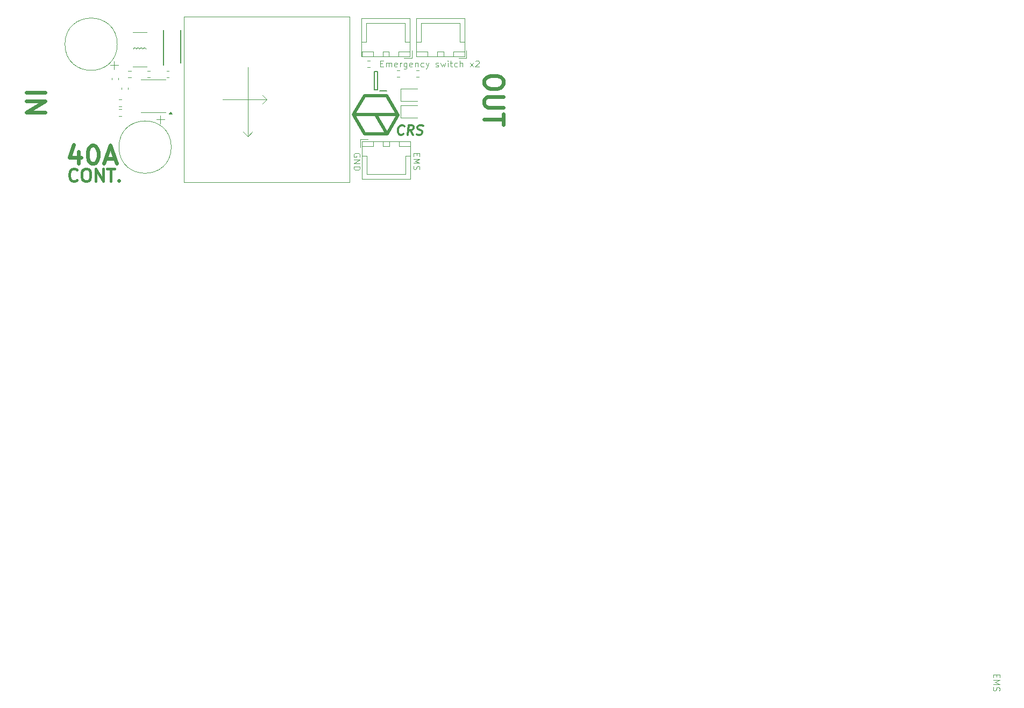
<source format=gbr>
%TF.GenerationSoftware,KiCad,Pcbnew,8.0.8*%
%TF.CreationDate,2026-01-07T21:13:01+09:00*%
%TF.ProjectId,emergency_board_NHK2026,656d6572-6765-46e6-9379-5f626f617264,rev?*%
%TF.SameCoordinates,Original*%
%TF.FileFunction,Legend,Top*%
%TF.FilePolarity,Positive*%
%FSLAX46Y46*%
G04 Gerber Fmt 4.6, Leading zero omitted, Abs format (unit mm)*
G04 Created by KiCad (PCBNEW 8.0.8) date 2026-01-07 21:13:01*
%MOMM*%
%LPD*%
G01*
G04 APERTURE LIST*
%ADD10C,0.100000*%
%ADD11C,0.300000*%
%ADD12C,0.500000*%
%ADD13C,0.600000*%
%ADD14C,0.400000*%
%ADD15C,0.120000*%
%ADD16C,0.200000*%
G04 APERTURE END LIST*
D10*
X81951390Y-41753884D02*
X81951390Y-42087217D01*
X81427580Y-42230074D02*
X81427580Y-41753884D01*
X81427580Y-41753884D02*
X82427580Y-41753884D01*
X82427580Y-41753884D02*
X82427580Y-42230074D01*
X81427580Y-42658646D02*
X82427580Y-42658646D01*
X82427580Y-42658646D02*
X81713295Y-42991979D01*
X81713295Y-42991979D02*
X82427580Y-43325312D01*
X82427580Y-43325312D02*
X81427580Y-43325312D01*
X81475200Y-43753884D02*
X81427580Y-43896741D01*
X81427580Y-43896741D02*
X81427580Y-44134836D01*
X81427580Y-44134836D02*
X81475200Y-44230074D01*
X81475200Y-44230074D02*
X81522819Y-44277693D01*
X81522819Y-44277693D02*
X81618057Y-44325312D01*
X81618057Y-44325312D02*
X81713295Y-44325312D01*
X81713295Y-44325312D02*
X81808533Y-44277693D01*
X81808533Y-44277693D02*
X81856152Y-44230074D01*
X81856152Y-44230074D02*
X81903771Y-44134836D01*
X81903771Y-44134836D02*
X81951390Y-43944360D01*
X81951390Y-43944360D02*
X81999009Y-43849122D01*
X81999009Y-43849122D02*
X82046628Y-43801503D01*
X82046628Y-43801503D02*
X82141866Y-43753884D01*
X82141866Y-43753884D02*
X82237104Y-43753884D01*
X82237104Y-43753884D02*
X82332342Y-43801503D01*
X82332342Y-43801503D02*
X82379961Y-43849122D01*
X82379961Y-43849122D02*
X82427580Y-43944360D01*
X82427580Y-43944360D02*
X82427580Y-44182455D01*
X82427580Y-44182455D02*
X82379961Y-44325312D01*
X72979961Y-42327693D02*
X73027580Y-42232455D01*
X73027580Y-42232455D02*
X73027580Y-42089598D01*
X73027580Y-42089598D02*
X72979961Y-41946741D01*
X72979961Y-41946741D02*
X72884723Y-41851503D01*
X72884723Y-41851503D02*
X72789485Y-41803884D01*
X72789485Y-41803884D02*
X72599009Y-41756265D01*
X72599009Y-41756265D02*
X72456152Y-41756265D01*
X72456152Y-41756265D02*
X72265676Y-41803884D01*
X72265676Y-41803884D02*
X72170438Y-41851503D01*
X72170438Y-41851503D02*
X72075200Y-41946741D01*
X72075200Y-41946741D02*
X72027580Y-42089598D01*
X72027580Y-42089598D02*
X72027580Y-42184836D01*
X72027580Y-42184836D02*
X72075200Y-42327693D01*
X72075200Y-42327693D02*
X72122819Y-42375312D01*
X72122819Y-42375312D02*
X72456152Y-42375312D01*
X72456152Y-42375312D02*
X72456152Y-42184836D01*
X72027580Y-42803884D02*
X73027580Y-42803884D01*
X73027580Y-42803884D02*
X72027580Y-43375312D01*
X72027580Y-43375312D02*
X73027580Y-43375312D01*
X72027580Y-43851503D02*
X73027580Y-43851503D01*
X73027580Y-43851503D02*
X73027580Y-44089598D01*
X73027580Y-44089598D02*
X72979961Y-44232455D01*
X72979961Y-44232455D02*
X72884723Y-44327693D01*
X72884723Y-44327693D02*
X72789485Y-44375312D01*
X72789485Y-44375312D02*
X72599009Y-44422931D01*
X72599009Y-44422931D02*
X72456152Y-44422931D01*
X72456152Y-44422931D02*
X72265676Y-44375312D01*
X72265676Y-44375312D02*
X72170438Y-44327693D01*
X72170438Y-44327693D02*
X72075200Y-44232455D01*
X72075200Y-44232455D02*
X72027580Y-44089598D01*
X72027580Y-44089598D02*
X72027580Y-43851503D01*
X33725000Y-27900000D02*
X34975000Y-27900000D01*
X34350000Y-28525000D02*
X34350000Y-27275000D01*
X41600000Y-37075000D02*
X41600000Y-35825000D01*
X40975000Y-36450000D02*
X42225000Y-36450000D01*
D11*
X79870582Y-38707971D02*
X79790225Y-38779400D01*
X79790225Y-38779400D02*
X79567010Y-38850828D01*
X79567010Y-38850828D02*
X79424153Y-38850828D01*
X79424153Y-38850828D02*
X79218796Y-38779400D01*
X79218796Y-38779400D02*
X79093796Y-38636542D01*
X79093796Y-38636542D02*
X79040225Y-38493685D01*
X79040225Y-38493685D02*
X79004510Y-38207971D01*
X79004510Y-38207971D02*
X79031296Y-37993685D01*
X79031296Y-37993685D02*
X79138439Y-37707971D01*
X79138439Y-37707971D02*
X79227725Y-37565114D01*
X79227725Y-37565114D02*
X79388439Y-37422257D01*
X79388439Y-37422257D02*
X79611653Y-37350828D01*
X79611653Y-37350828D02*
X79754510Y-37350828D01*
X79754510Y-37350828D02*
X79959868Y-37422257D01*
X79959868Y-37422257D02*
X80022368Y-37493685D01*
X81352725Y-38850828D02*
X80942010Y-38136542D01*
X80495582Y-38850828D02*
X80683082Y-37350828D01*
X80683082Y-37350828D02*
X81254510Y-37350828D01*
X81254510Y-37350828D02*
X81388439Y-37422257D01*
X81388439Y-37422257D02*
X81450939Y-37493685D01*
X81450939Y-37493685D02*
X81504510Y-37636542D01*
X81504510Y-37636542D02*
X81477725Y-37850828D01*
X81477725Y-37850828D02*
X81388439Y-37993685D01*
X81388439Y-37993685D02*
X81308082Y-38065114D01*
X81308082Y-38065114D02*
X81156296Y-38136542D01*
X81156296Y-38136542D02*
X80584868Y-38136542D01*
X81933082Y-38779400D02*
X82138439Y-38850828D01*
X82138439Y-38850828D02*
X82495582Y-38850828D01*
X82495582Y-38850828D02*
X82647368Y-38779400D01*
X82647368Y-38779400D02*
X82727725Y-38707971D01*
X82727725Y-38707971D02*
X82817010Y-38565114D01*
X82817010Y-38565114D02*
X82834868Y-38422257D01*
X82834868Y-38422257D02*
X82781296Y-38279400D01*
X82781296Y-38279400D02*
X82718796Y-38207971D01*
X82718796Y-38207971D02*
X82584868Y-38136542D01*
X82584868Y-38136542D02*
X82308082Y-38065114D01*
X82308082Y-38065114D02*
X82174153Y-37993685D01*
X82174153Y-37993685D02*
X82111653Y-37922257D01*
X82111653Y-37922257D02*
X82058082Y-37779400D01*
X82058082Y-37779400D02*
X82075939Y-37636542D01*
X82075939Y-37636542D02*
X82165225Y-37493685D01*
X82165225Y-37493685D02*
X82245582Y-37422257D01*
X82245582Y-37422257D02*
X82397368Y-37350828D01*
X82397368Y-37350828D02*
X82754510Y-37350828D01*
X82754510Y-37350828D02*
X82959868Y-37422257D01*
D12*
X72000000Y-35700000D02*
X75500000Y-35700000D01*
X79025000Y-35715544D02*
X77275000Y-32684455D01*
X73800000Y-38750000D02*
X77300000Y-38750000D01*
X77200000Y-38600000D02*
X75550000Y-35718911D01*
X73775000Y-38715544D02*
X72000000Y-35700000D01*
X77300000Y-38750000D02*
X79025000Y-35734455D01*
X73750000Y-32668911D02*
X77250000Y-32668911D01*
X75500000Y-35700000D02*
X79000000Y-35700000D01*
X72000000Y-35700000D02*
X73750000Y-32668911D01*
D13*
X28694736Y-41480561D02*
X28694736Y-43413895D01*
X27980450Y-40375800D02*
X27266164Y-42447228D01*
X27266164Y-42447228D02*
X29123307Y-42447228D01*
X30837593Y-40513895D02*
X31123307Y-40513895D01*
X31123307Y-40513895D02*
X31409021Y-40651990D01*
X31409021Y-40651990D02*
X31551879Y-40790085D01*
X31551879Y-40790085D02*
X31694736Y-41066276D01*
X31694736Y-41066276D02*
X31837593Y-41618657D01*
X31837593Y-41618657D02*
X31837593Y-42309133D01*
X31837593Y-42309133D02*
X31694736Y-42861514D01*
X31694736Y-42861514D02*
X31551879Y-43137704D01*
X31551879Y-43137704D02*
X31409021Y-43275800D01*
X31409021Y-43275800D02*
X31123307Y-43413895D01*
X31123307Y-43413895D02*
X30837593Y-43413895D01*
X30837593Y-43413895D02*
X30551879Y-43275800D01*
X30551879Y-43275800D02*
X30409021Y-43137704D01*
X30409021Y-43137704D02*
X30266164Y-42861514D01*
X30266164Y-42861514D02*
X30123307Y-42309133D01*
X30123307Y-42309133D02*
X30123307Y-41618657D01*
X30123307Y-41618657D02*
X30266164Y-41066276D01*
X30266164Y-41066276D02*
X30409021Y-40790085D01*
X30409021Y-40790085D02*
X30551879Y-40651990D01*
X30551879Y-40651990D02*
X30837593Y-40513895D01*
X32980450Y-42585323D02*
X34409022Y-42585323D01*
X32694736Y-43413895D02*
X33694736Y-40513895D01*
X33694736Y-40513895D02*
X34694736Y-43413895D01*
D10*
X173238890Y-123861656D02*
X173238890Y-124194989D01*
X172715080Y-124337846D02*
X172715080Y-123861656D01*
X172715080Y-123861656D02*
X173715080Y-123861656D01*
X173715080Y-123861656D02*
X173715080Y-124337846D01*
X172715080Y-124766418D02*
X173715080Y-124766418D01*
X173715080Y-124766418D02*
X173000795Y-125099751D01*
X173000795Y-125099751D02*
X173715080Y-125433084D01*
X173715080Y-125433084D02*
X172715080Y-125433084D01*
X172762700Y-125861656D02*
X172715080Y-126004513D01*
X172715080Y-126004513D02*
X172715080Y-126242608D01*
X172715080Y-126242608D02*
X172762700Y-126337846D01*
X172762700Y-126337846D02*
X172810319Y-126385465D01*
X172810319Y-126385465D02*
X172905557Y-126433084D01*
X172905557Y-126433084D02*
X173000795Y-126433084D01*
X173000795Y-126433084D02*
X173096033Y-126385465D01*
X173096033Y-126385465D02*
X173143652Y-126337846D01*
X173143652Y-126337846D02*
X173191271Y-126242608D01*
X173191271Y-126242608D02*
X173238890Y-126052132D01*
X173238890Y-126052132D02*
X173286509Y-125956894D01*
X173286509Y-125956894D02*
X173334128Y-125909275D01*
X173334128Y-125909275D02*
X173429366Y-125861656D01*
X173429366Y-125861656D02*
X173524604Y-125861656D01*
X173524604Y-125861656D02*
X173619842Y-125909275D01*
X173619842Y-125909275D02*
X173667461Y-125956894D01*
X173667461Y-125956894D02*
X173715080Y-126052132D01*
X173715080Y-126052132D02*
X173715080Y-126290227D01*
X173715080Y-126290227D02*
X173667461Y-126433084D01*
X76253884Y-27648609D02*
X76587217Y-27648609D01*
X76730074Y-28172419D02*
X76253884Y-28172419D01*
X76253884Y-28172419D02*
X76253884Y-27172419D01*
X76253884Y-27172419D02*
X76730074Y-27172419D01*
X77158646Y-28172419D02*
X77158646Y-27505752D01*
X77158646Y-27600990D02*
X77206265Y-27553371D01*
X77206265Y-27553371D02*
X77301503Y-27505752D01*
X77301503Y-27505752D02*
X77444360Y-27505752D01*
X77444360Y-27505752D02*
X77539598Y-27553371D01*
X77539598Y-27553371D02*
X77587217Y-27648609D01*
X77587217Y-27648609D02*
X77587217Y-28172419D01*
X77587217Y-27648609D02*
X77634836Y-27553371D01*
X77634836Y-27553371D02*
X77730074Y-27505752D01*
X77730074Y-27505752D02*
X77872931Y-27505752D01*
X77872931Y-27505752D02*
X77968170Y-27553371D01*
X77968170Y-27553371D02*
X78015789Y-27648609D01*
X78015789Y-27648609D02*
X78015789Y-28172419D01*
X78872931Y-28124800D02*
X78777693Y-28172419D01*
X78777693Y-28172419D02*
X78587217Y-28172419D01*
X78587217Y-28172419D02*
X78491979Y-28124800D01*
X78491979Y-28124800D02*
X78444360Y-28029561D01*
X78444360Y-28029561D02*
X78444360Y-27648609D01*
X78444360Y-27648609D02*
X78491979Y-27553371D01*
X78491979Y-27553371D02*
X78587217Y-27505752D01*
X78587217Y-27505752D02*
X78777693Y-27505752D01*
X78777693Y-27505752D02*
X78872931Y-27553371D01*
X78872931Y-27553371D02*
X78920550Y-27648609D01*
X78920550Y-27648609D02*
X78920550Y-27743847D01*
X78920550Y-27743847D02*
X78444360Y-27839085D01*
X79349122Y-28172419D02*
X79349122Y-27505752D01*
X79349122Y-27696228D02*
X79396741Y-27600990D01*
X79396741Y-27600990D02*
X79444360Y-27553371D01*
X79444360Y-27553371D02*
X79539598Y-27505752D01*
X79539598Y-27505752D02*
X79634836Y-27505752D01*
X80396741Y-27505752D02*
X80396741Y-28315276D01*
X80396741Y-28315276D02*
X80349122Y-28410514D01*
X80349122Y-28410514D02*
X80301503Y-28458133D01*
X80301503Y-28458133D02*
X80206265Y-28505752D01*
X80206265Y-28505752D02*
X80063408Y-28505752D01*
X80063408Y-28505752D02*
X79968170Y-28458133D01*
X80396741Y-28124800D02*
X80301503Y-28172419D01*
X80301503Y-28172419D02*
X80111027Y-28172419D01*
X80111027Y-28172419D02*
X80015789Y-28124800D01*
X80015789Y-28124800D02*
X79968170Y-28077180D01*
X79968170Y-28077180D02*
X79920551Y-27981942D01*
X79920551Y-27981942D02*
X79920551Y-27696228D01*
X79920551Y-27696228D02*
X79968170Y-27600990D01*
X79968170Y-27600990D02*
X80015789Y-27553371D01*
X80015789Y-27553371D02*
X80111027Y-27505752D01*
X80111027Y-27505752D02*
X80301503Y-27505752D01*
X80301503Y-27505752D02*
X80396741Y-27553371D01*
X81253884Y-28124800D02*
X81158646Y-28172419D01*
X81158646Y-28172419D02*
X80968170Y-28172419D01*
X80968170Y-28172419D02*
X80872932Y-28124800D01*
X80872932Y-28124800D02*
X80825313Y-28029561D01*
X80825313Y-28029561D02*
X80825313Y-27648609D01*
X80825313Y-27648609D02*
X80872932Y-27553371D01*
X80872932Y-27553371D02*
X80968170Y-27505752D01*
X80968170Y-27505752D02*
X81158646Y-27505752D01*
X81158646Y-27505752D02*
X81253884Y-27553371D01*
X81253884Y-27553371D02*
X81301503Y-27648609D01*
X81301503Y-27648609D02*
X81301503Y-27743847D01*
X81301503Y-27743847D02*
X80825313Y-27839085D01*
X81730075Y-27505752D02*
X81730075Y-28172419D01*
X81730075Y-27600990D02*
X81777694Y-27553371D01*
X81777694Y-27553371D02*
X81872932Y-27505752D01*
X81872932Y-27505752D02*
X82015789Y-27505752D01*
X82015789Y-27505752D02*
X82111027Y-27553371D01*
X82111027Y-27553371D02*
X82158646Y-27648609D01*
X82158646Y-27648609D02*
X82158646Y-28172419D01*
X83063408Y-28124800D02*
X82968170Y-28172419D01*
X82968170Y-28172419D02*
X82777694Y-28172419D01*
X82777694Y-28172419D02*
X82682456Y-28124800D01*
X82682456Y-28124800D02*
X82634837Y-28077180D01*
X82634837Y-28077180D02*
X82587218Y-27981942D01*
X82587218Y-27981942D02*
X82587218Y-27696228D01*
X82587218Y-27696228D02*
X82634837Y-27600990D01*
X82634837Y-27600990D02*
X82682456Y-27553371D01*
X82682456Y-27553371D02*
X82777694Y-27505752D01*
X82777694Y-27505752D02*
X82968170Y-27505752D01*
X82968170Y-27505752D02*
X83063408Y-27553371D01*
X83396742Y-27505752D02*
X83634837Y-28172419D01*
X83872932Y-27505752D02*
X83634837Y-28172419D01*
X83634837Y-28172419D02*
X83539599Y-28410514D01*
X83539599Y-28410514D02*
X83491980Y-28458133D01*
X83491980Y-28458133D02*
X83396742Y-28505752D01*
X84968171Y-28124800D02*
X85063409Y-28172419D01*
X85063409Y-28172419D02*
X85253885Y-28172419D01*
X85253885Y-28172419D02*
X85349123Y-28124800D01*
X85349123Y-28124800D02*
X85396742Y-28029561D01*
X85396742Y-28029561D02*
X85396742Y-27981942D01*
X85396742Y-27981942D02*
X85349123Y-27886704D01*
X85349123Y-27886704D02*
X85253885Y-27839085D01*
X85253885Y-27839085D02*
X85111028Y-27839085D01*
X85111028Y-27839085D02*
X85015790Y-27791466D01*
X85015790Y-27791466D02*
X84968171Y-27696228D01*
X84968171Y-27696228D02*
X84968171Y-27648609D01*
X84968171Y-27648609D02*
X85015790Y-27553371D01*
X85015790Y-27553371D02*
X85111028Y-27505752D01*
X85111028Y-27505752D02*
X85253885Y-27505752D01*
X85253885Y-27505752D02*
X85349123Y-27553371D01*
X85730076Y-27505752D02*
X85920552Y-28172419D01*
X85920552Y-28172419D02*
X86111028Y-27696228D01*
X86111028Y-27696228D02*
X86301504Y-28172419D01*
X86301504Y-28172419D02*
X86491980Y-27505752D01*
X86872933Y-28172419D02*
X86872933Y-27505752D01*
X86872933Y-27172419D02*
X86825314Y-27220038D01*
X86825314Y-27220038D02*
X86872933Y-27267657D01*
X86872933Y-27267657D02*
X86920552Y-27220038D01*
X86920552Y-27220038D02*
X86872933Y-27172419D01*
X86872933Y-27172419D02*
X86872933Y-27267657D01*
X87206266Y-27505752D02*
X87587218Y-27505752D01*
X87349123Y-27172419D02*
X87349123Y-28029561D01*
X87349123Y-28029561D02*
X87396742Y-28124800D01*
X87396742Y-28124800D02*
X87491980Y-28172419D01*
X87491980Y-28172419D02*
X87587218Y-28172419D01*
X88349123Y-28124800D02*
X88253885Y-28172419D01*
X88253885Y-28172419D02*
X88063409Y-28172419D01*
X88063409Y-28172419D02*
X87968171Y-28124800D01*
X87968171Y-28124800D02*
X87920552Y-28077180D01*
X87920552Y-28077180D02*
X87872933Y-27981942D01*
X87872933Y-27981942D02*
X87872933Y-27696228D01*
X87872933Y-27696228D02*
X87920552Y-27600990D01*
X87920552Y-27600990D02*
X87968171Y-27553371D01*
X87968171Y-27553371D02*
X88063409Y-27505752D01*
X88063409Y-27505752D02*
X88253885Y-27505752D01*
X88253885Y-27505752D02*
X88349123Y-27553371D01*
X88777695Y-28172419D02*
X88777695Y-27172419D01*
X89206266Y-28172419D02*
X89206266Y-27648609D01*
X89206266Y-27648609D02*
X89158647Y-27553371D01*
X89158647Y-27553371D02*
X89063409Y-27505752D01*
X89063409Y-27505752D02*
X88920552Y-27505752D01*
X88920552Y-27505752D02*
X88825314Y-27553371D01*
X88825314Y-27553371D02*
X88777695Y-27600990D01*
X90349124Y-28172419D02*
X90872933Y-27505752D01*
X90349124Y-27505752D02*
X90872933Y-28172419D01*
X91206267Y-27267657D02*
X91253886Y-27220038D01*
X91253886Y-27220038D02*
X91349124Y-27172419D01*
X91349124Y-27172419D02*
X91587219Y-27172419D01*
X91587219Y-27172419D02*
X91682457Y-27220038D01*
X91682457Y-27220038D02*
X91730076Y-27267657D01*
X91730076Y-27267657D02*
X91777695Y-27362895D01*
X91777695Y-27362895D02*
X91777695Y-27458133D01*
X91777695Y-27458133D02*
X91730076Y-27600990D01*
X91730076Y-27600990D02*
X91158648Y-28172419D01*
X91158648Y-28172419D02*
X91777695Y-28172419D01*
D14*
X28482204Y-45993961D02*
X28386966Y-46089200D01*
X28386966Y-46089200D02*
X28101252Y-46184438D01*
X28101252Y-46184438D02*
X27910776Y-46184438D01*
X27910776Y-46184438D02*
X27625061Y-46089200D01*
X27625061Y-46089200D02*
X27434585Y-45898723D01*
X27434585Y-45898723D02*
X27339347Y-45708247D01*
X27339347Y-45708247D02*
X27244109Y-45327295D01*
X27244109Y-45327295D02*
X27244109Y-45041580D01*
X27244109Y-45041580D02*
X27339347Y-44660628D01*
X27339347Y-44660628D02*
X27434585Y-44470152D01*
X27434585Y-44470152D02*
X27625061Y-44279676D01*
X27625061Y-44279676D02*
X27910776Y-44184438D01*
X27910776Y-44184438D02*
X28101252Y-44184438D01*
X28101252Y-44184438D02*
X28386966Y-44279676D01*
X28386966Y-44279676D02*
X28482204Y-44374914D01*
X29720299Y-44184438D02*
X30101252Y-44184438D01*
X30101252Y-44184438D02*
X30291728Y-44279676D01*
X30291728Y-44279676D02*
X30482204Y-44470152D01*
X30482204Y-44470152D02*
X30577442Y-44851104D01*
X30577442Y-44851104D02*
X30577442Y-45517771D01*
X30577442Y-45517771D02*
X30482204Y-45898723D01*
X30482204Y-45898723D02*
X30291728Y-46089200D01*
X30291728Y-46089200D02*
X30101252Y-46184438D01*
X30101252Y-46184438D02*
X29720299Y-46184438D01*
X29720299Y-46184438D02*
X29529823Y-46089200D01*
X29529823Y-46089200D02*
X29339347Y-45898723D01*
X29339347Y-45898723D02*
X29244109Y-45517771D01*
X29244109Y-45517771D02*
X29244109Y-44851104D01*
X29244109Y-44851104D02*
X29339347Y-44470152D01*
X29339347Y-44470152D02*
X29529823Y-44279676D01*
X29529823Y-44279676D02*
X29720299Y-44184438D01*
X31434585Y-46184438D02*
X31434585Y-44184438D01*
X31434585Y-44184438D02*
X32577442Y-46184438D01*
X32577442Y-46184438D02*
X32577442Y-44184438D01*
X33244109Y-44184438D02*
X34386966Y-44184438D01*
X33815537Y-46184438D02*
X33815537Y-44184438D01*
X35053633Y-45993961D02*
X35148871Y-46089200D01*
X35148871Y-46089200D02*
X35053633Y-46184438D01*
X35053633Y-46184438D02*
X34958395Y-46089200D01*
X34958395Y-46089200D02*
X35053633Y-45993961D01*
X35053633Y-45993961D02*
X35053633Y-46184438D01*
D13*
X20498342Y-32159021D02*
X23498342Y-32159021D01*
X20498342Y-33587592D02*
X23498342Y-33587592D01*
X23498342Y-33587592D02*
X20498342Y-35301878D01*
X20498342Y-35301878D02*
X23498342Y-35301878D01*
X95598342Y-30280450D02*
X95598342Y-30851878D01*
X95598342Y-30851878D02*
X95455485Y-31137593D01*
X95455485Y-31137593D02*
X95169771Y-31423307D01*
X95169771Y-31423307D02*
X94598342Y-31566164D01*
X94598342Y-31566164D02*
X93598342Y-31566164D01*
X93598342Y-31566164D02*
X93026914Y-31423307D01*
X93026914Y-31423307D02*
X92741200Y-31137593D01*
X92741200Y-31137593D02*
X92598342Y-30851878D01*
X92598342Y-30851878D02*
X92598342Y-30280450D01*
X92598342Y-30280450D02*
X92741200Y-29994736D01*
X92741200Y-29994736D02*
X93026914Y-29709021D01*
X93026914Y-29709021D02*
X93598342Y-29566164D01*
X93598342Y-29566164D02*
X94598342Y-29566164D01*
X94598342Y-29566164D02*
X95169771Y-29709021D01*
X95169771Y-29709021D02*
X95455485Y-29994736D01*
X95455485Y-29994736D02*
X95598342Y-30280450D01*
X95598342Y-32851878D02*
X93169771Y-32851878D01*
X93169771Y-32851878D02*
X92884057Y-32994735D01*
X92884057Y-32994735D02*
X92741200Y-33137593D01*
X92741200Y-33137593D02*
X92598342Y-33423307D01*
X92598342Y-33423307D02*
X92598342Y-33994735D01*
X92598342Y-33994735D02*
X92741200Y-34280450D01*
X92741200Y-34280450D02*
X92884057Y-34423307D01*
X92884057Y-34423307D02*
X93169771Y-34566164D01*
X93169771Y-34566164D02*
X95598342Y-34566164D01*
X95598342Y-35566164D02*
X95598342Y-37280450D01*
X92598342Y-36423307D02*
X95598342Y-36423307D01*
D10*
%TO.C,K1*%
X51450000Y-33300000D02*
X58350000Y-33300000D01*
X55350000Y-28200000D02*
X55350000Y-39100000D01*
X55350000Y-39100000D02*
X54650000Y-38400000D01*
X55350000Y-39100000D02*
X56050000Y-38400000D01*
X58350000Y-33300000D02*
X57650000Y-32600000D01*
X58350000Y-33300000D02*
X57650000Y-34000000D01*
X45350000Y-20300000D02*
X71350000Y-20300000D01*
X71350000Y-46300000D01*
X45350000Y-46300000D01*
X45350000Y-20300000D01*
%TO.C,L1*%
X37250000Y-22700000D02*
X39450000Y-22700000D01*
X37250000Y-28100000D02*
X39450000Y-28100000D01*
X37350000Y-25400000D02*
G75*
G02*
X37850000Y-25400000I250000J0D01*
G01*
X37850000Y-25400000D02*
G75*
G02*
X38350000Y-25400000I250000J0D01*
G01*
X38350000Y-25400000D02*
G75*
G02*
X38850000Y-25400000I250000J0D01*
G01*
X38850000Y-25400000D02*
G75*
G02*
X39350000Y-25400000I250000J0D01*
G01*
D15*
%TO.C,C1*%
X42915580Y-29820000D02*
X42634420Y-29820000D01*
X42915580Y-28800000D02*
X42634420Y-28800000D01*
%TO.C,C2*%
X34820000Y-24600000D02*
G75*
G02*
X26580000Y-24600000I-4120000J0D01*
G01*
X26580000Y-24600000D02*
G75*
G02*
X34820000Y-24600000I4120000J0D01*
G01*
%TO.C,C3*%
X43320000Y-40800000D02*
G75*
G02*
X35080000Y-40800000I-4120000J0D01*
G01*
X35080000Y-40800000D02*
G75*
G02*
X43320000Y-40800000I4120000J0D01*
G01*
%TO.C,C4*%
X35490000Y-31725580D02*
X35490000Y-31444420D01*
X36510000Y-31725580D02*
X36510000Y-31444420D01*
%TO.C,C5*%
X35010000Y-29894420D02*
X35010000Y-30175580D01*
X33990000Y-29894420D02*
X33990000Y-30175580D01*
D16*
%TO.C,D1*%
X44812000Y-27550000D02*
X44812000Y-22350000D01*
X42088000Y-22350000D02*
X42088000Y-27875000D01*
D15*
%TO.C,D2*%
X79415000Y-34240000D02*
X79415000Y-36160000D01*
X79415000Y-36160000D02*
X82100000Y-36160000D01*
X82100000Y-34240000D02*
X79415000Y-34240000D01*
%TO.C,D3*%
X79415000Y-31590000D02*
X79415000Y-33510000D01*
X79415000Y-33510000D02*
X82100000Y-33510000D01*
X82100000Y-31590000D02*
X79415000Y-31590000D01*
%TO.C,J1*%
X81200000Y-26800000D02*
X81200000Y-25550000D01*
X80910000Y-26510000D02*
X80910000Y-20540000D01*
X80910000Y-20540000D02*
X73290000Y-20540000D01*
X80900000Y-26500000D02*
X80900000Y-25750000D01*
X80900000Y-25750000D02*
X79100000Y-25750000D01*
X80900000Y-24250000D02*
X80150000Y-24250000D01*
X80150000Y-24250000D02*
X80150000Y-21300000D01*
X80150000Y-21300000D02*
X77100000Y-21300000D01*
X79950000Y-26800000D02*
X81200000Y-26800000D01*
X79100000Y-26500000D02*
X80900000Y-26500000D01*
X79100000Y-25750000D02*
X79100000Y-26500000D01*
X77600000Y-26500000D02*
X77600000Y-25750000D01*
X77600000Y-25750000D02*
X76600000Y-25750000D01*
X76600000Y-26500000D02*
X77600000Y-26500000D01*
X76600000Y-25750000D02*
X76600000Y-26500000D01*
X75100000Y-26500000D02*
X75100000Y-25750000D01*
X75100000Y-25750000D02*
X73300000Y-25750000D01*
X74050000Y-24250000D02*
X74050000Y-21300000D01*
X74050000Y-21300000D02*
X77100000Y-21300000D01*
X73300000Y-26500000D02*
X75100000Y-26500000D01*
X73300000Y-25750000D02*
X73300000Y-26500000D01*
X73300000Y-24250000D02*
X74050000Y-24250000D01*
X73290000Y-26510000D02*
X80910000Y-26510000D01*
X73290000Y-20540000D02*
X73290000Y-26510000D01*
%TO.C,J2*%
X73050000Y-39600000D02*
X73050000Y-40850000D01*
X73340000Y-39890000D02*
X73340000Y-45860000D01*
X73340000Y-45860000D02*
X80960000Y-45860000D01*
X73350000Y-39900000D02*
X73350000Y-40650000D01*
X73350000Y-40650000D02*
X75150000Y-40650000D01*
X73350000Y-42150000D02*
X74100000Y-42150000D01*
X74100000Y-42150000D02*
X74100000Y-45100000D01*
X74100000Y-45100000D02*
X77150000Y-45100000D01*
X74300000Y-39600000D02*
X73050000Y-39600000D01*
X75150000Y-39900000D02*
X73350000Y-39900000D01*
X75150000Y-40650000D02*
X75150000Y-39900000D01*
X76650000Y-39900000D02*
X76650000Y-40650000D01*
X76650000Y-40650000D02*
X77650000Y-40650000D01*
X77650000Y-39900000D02*
X76650000Y-39900000D01*
X77650000Y-40650000D02*
X77650000Y-39900000D01*
X79150000Y-39900000D02*
X79150000Y-40650000D01*
X79150000Y-40650000D02*
X80950000Y-40650000D01*
X80200000Y-42150000D02*
X80200000Y-45100000D01*
X80200000Y-45100000D02*
X77150000Y-45100000D01*
X80950000Y-39900000D02*
X79150000Y-39900000D01*
X80950000Y-40650000D02*
X80950000Y-39900000D01*
X80950000Y-42150000D02*
X80200000Y-42150000D01*
X80960000Y-39890000D02*
X73340000Y-39890000D01*
X80960000Y-45860000D02*
X80960000Y-39890000D01*
%TO.C,J3*%
X89800000Y-26800000D02*
X89800000Y-25550000D01*
X89510000Y-26510000D02*
X89510000Y-20540000D01*
X89510000Y-20540000D02*
X81890000Y-20540000D01*
X89500000Y-26500000D02*
X89500000Y-25750000D01*
X89500000Y-25750000D02*
X87700000Y-25750000D01*
X89500000Y-24250000D02*
X88750000Y-24250000D01*
X88750000Y-24250000D02*
X88750000Y-21300000D01*
X88750000Y-21300000D02*
X85700000Y-21300000D01*
X88550000Y-26800000D02*
X89800000Y-26800000D01*
X87700000Y-26500000D02*
X89500000Y-26500000D01*
X87700000Y-25750000D02*
X87700000Y-26500000D01*
X86200000Y-26500000D02*
X86200000Y-25750000D01*
X86200000Y-25750000D02*
X85200000Y-25750000D01*
X85200000Y-26500000D02*
X86200000Y-26500000D01*
X85200000Y-25750000D02*
X85200000Y-26500000D01*
X83700000Y-26500000D02*
X83700000Y-25750000D01*
X83700000Y-25750000D02*
X81900000Y-25750000D01*
X82650000Y-24250000D02*
X82650000Y-21300000D01*
X82650000Y-21300000D02*
X85700000Y-21300000D01*
X81900000Y-26500000D02*
X83700000Y-26500000D01*
X81900000Y-25750000D02*
X81900000Y-26500000D01*
X81900000Y-24250000D02*
X82650000Y-24250000D01*
X81890000Y-26510000D02*
X89510000Y-26510000D01*
X81890000Y-20540000D02*
X81890000Y-26510000D01*
D16*
%TO.C,Q1*%
X77225000Y-31900000D02*
X76175000Y-31900000D01*
X75825000Y-31810000D02*
X75275000Y-31810000D01*
X75825000Y-28890000D02*
X75825000Y-31810000D01*
X75275000Y-31810000D02*
X75275000Y-28890000D01*
X75275000Y-28890000D02*
X75825000Y-28890000D01*
D15*
%TO.C,R1*%
X35037742Y-33337500D02*
X35512258Y-33337500D01*
X35037742Y-34382500D02*
X35512258Y-34382500D01*
%TO.C,R2*%
X35037742Y-34837500D02*
X35512258Y-34837500D01*
X35037742Y-35882500D02*
X35512258Y-35882500D01*
%TO.C,R3*%
X40012258Y-29832500D02*
X39537742Y-29832500D01*
X40012258Y-28787500D02*
X39537742Y-28787500D01*
%TO.C,R4*%
X37012258Y-29832500D02*
X36537742Y-29832500D01*
X37012258Y-28787500D02*
X36537742Y-28787500D01*
%TO.C,R5*%
X82337258Y-28727500D02*
X81862742Y-28727500D01*
X82337258Y-29772500D02*
X81862742Y-29772500D01*
%TO.C,R6*%
X74637258Y-28222500D02*
X74162742Y-28222500D01*
X74637258Y-27177500D02*
X74162742Y-27177500D01*
%TO.C,R7*%
X79287258Y-28727500D02*
X78812742Y-28727500D01*
X79287258Y-29772500D02*
X78812742Y-29772500D01*
%TO.C,U1*%
X40525000Y-35325000D02*
X42475000Y-35325000D01*
X40525000Y-35325000D02*
X38575000Y-35325000D01*
X40525000Y-30205000D02*
X42475000Y-30205000D01*
X40525000Y-30205000D02*
X38575000Y-30205000D01*
X43465000Y-35560000D02*
X42985000Y-35560000D01*
X43225000Y-35230000D01*
X43465000Y-35560000D01*
G36*
X43465000Y-35560000D02*
G01*
X42985000Y-35560000D01*
X43225000Y-35230000D01*
X43465000Y-35560000D01*
G37*
%TD*%
M02*

</source>
